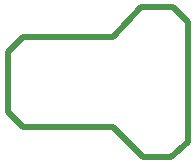
<source format=gbr>
G04 ( created by brdgerber.py ( brdgerber.py v0.1 2014-03-12 ) ) date 2021-12-14 04:37:04 EST*
G04 Gerber Fmt 3.4, Leading zero omitted, Abs format*
%MOIN*%
%FSLAX34Y34*%
G01*
G70*
G90*
G04 APERTURE LIST*
%ADD11C,0.0550*%
%ADD13C,0.0200*%
%ADD10R,0.0550X0.0550*%
%ADD12C,0.0120*%
G04 APERTURE END LIST*
G54D11*
D13*
G01X01000Y01500D02*
G01X01500Y01000D01*
D13*
G01X01500Y01000D02*
G01X04500Y01000D01*
D13*
G01X04500Y01000D02*
G01X05500Y00000D01*
D13*
G01X05500Y00000D02*
G01X06450Y00000D01*
D13*
G01X06450Y00000D02*
G01X07000Y00500D01*
D13*
G01X07000Y00500D02*
G01X07000Y04500D01*
D13*
G01X07000Y04500D02*
G01X06500Y05000D01*
D13*
G01X06500Y05000D02*
G01X05450Y05000D01*
D13*
G01X05450Y05000D02*
G01X04500Y04000D01*
D13*
G01X04500Y04000D02*
G01X01500Y04000D01*
D13*
G01X01500Y04000D02*
G01X01000Y03500D01*
D13*
G01X01000Y03500D02*
G01X01000Y01500D01*
M02*

</source>
